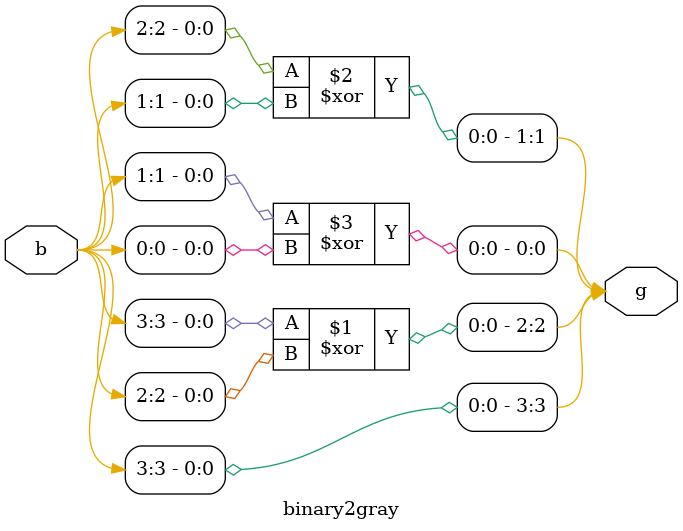
<source format=v>
module binary2gray(
	input [3:0] b,
	output [3:0]g
);

//g[n-1] = b[n] xor b[n-1]

assign g[3] = b[3];
assign g[2] = b[3]^b[2];
assign g[1] = b[2]^b[1];
assign g[0] = b[1]^b[0];

endmodule



</source>
